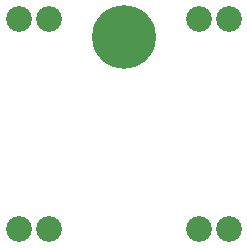
<source format=gbs>
G04 #@! TF.FileFunction,Soldermask,Bot*
%FSLAX46Y46*%
G04 Gerber Fmt 4.6, Leading zero omitted, Abs format (unit mm)*
G04 Created by KiCad (PCBNEW 4.0.7) date 09/26/17 00:03:47*
%MOMM*%
%LPD*%
G01*
G04 APERTURE LIST*
%ADD10C,0.100000*%
%ADD11C,5.400000*%
%ADD12C,2.178000*%
G04 APERTURE END LIST*
D10*
D11*
X135890000Y-67564000D03*
D12*
X127000000Y-66040000D03*
X129540000Y-66040000D03*
X142240000Y-66040000D03*
X144780000Y-66040000D03*
X127000000Y-83820000D03*
X129540000Y-83820000D03*
X142240000Y-83820000D03*
X144780000Y-83820000D03*
M02*

</source>
